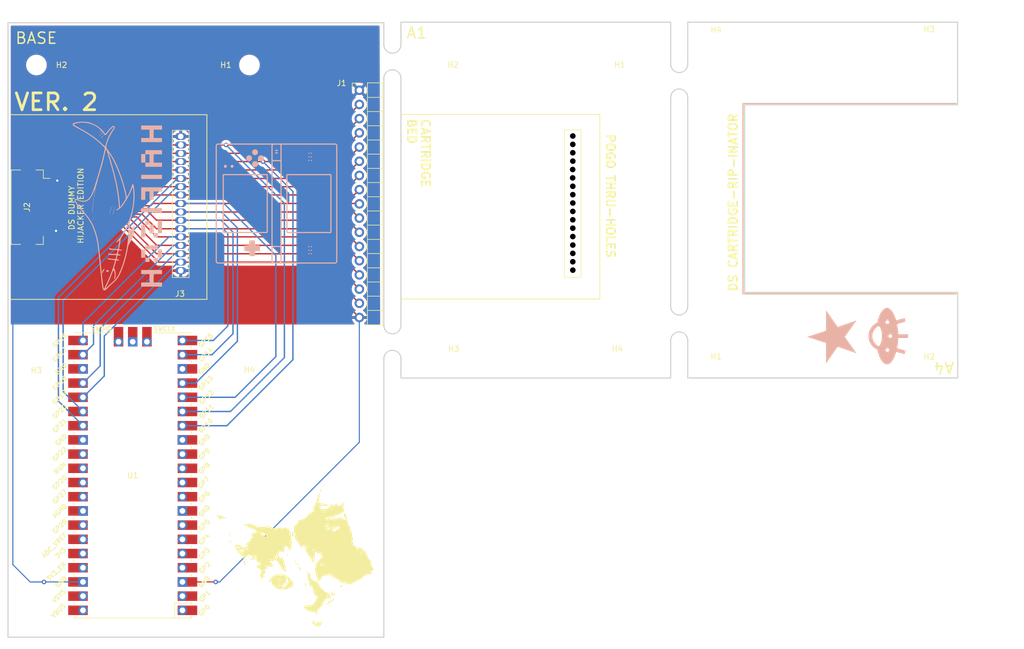
<source format=kicad_pcb>
(kicad_pcb (version 20211014) (generator pcbnew)
  (layers (0 "F.Cu" signal) (31 "B.Cu" signal) (34 "B.Paste" user) (35 "F.Paste" user) (36 "B.SilkS" user "B.Silkscreen") (37 "F.SilkS" user "F.Silkscreen") (38 "B.Mask" user) (39 "F.Mask" user) (44 "Edge.Cuts" user))
  (net 0 "")
  (net 1 "CLK")
  (net 2 "GND")
  (net 3 "NC")
  (net 4 "RCS")
  (net 5 "RST")
  (net 6 "ECS")
  (net 7 "IRQ")
  (net 8 "VCC")
  (net 9 "DAT0")
  (net 10 "DAT1")
  (net 11 "DAT2")
  (net 12 "DAT3")
  (net 13 "DAT4")
  (net 14 "DAT5")
  (net 15 "DAT6")
  (net 16 "DAT7")
  (footprint "Panelization:mouse-bite-3mm-slot" (layer "F.Cu") (at 217.932 73.914 90)
    (fp_text reference "mouse-bite-3mm-slot" hide)
    (fp_text value "VAL**" hide)
  )
  (footprint "MountingHole:MountingHole_2.7mm_M2.5" (layer "F.Cu") (at 262.636 25.1562)
    (fp_text reference "H3")
    (fp_text value "MountingHole")
  )
  (footprint "MCU_RaspberryPi_and_Boards:RPi_Pico_SMD_TH" (layer "F.Cu") (at 120.1928 101.0576 180)
    (fp_text reference "U1")
    (fp_text value "Pico")
  )
  (footprint "Symbol:pepper" (layer "F.Cu") (at 149.2504 114.554)
    (fp_text reference "G***" hide)
    (fp_text value "LOGO" hide)
  )
  (footprint "MountingHole:MountingHole_2.7mm_M2.5" (layer "F.Cu") (at 102.9716 27.6606 180)
    (fp_text reference "H2")
    (fp_text value "MountingHole")
  )
  (footprint "SIP-17" (layer "F.Cu") (at 198.898 52.373 -90)
    (fp_text reference "REF**" hide)
    (fp_text value "NO CONNECT HOLES")
  )
  (footprint "MountingHole:MountingHole_2.7mm_M2.5" (layer "F.Cu") (at 141.0716 78.4606 180)
    (fp_text reference "H4")
    (fp_text value "MountingHole")
  )
  (footprint "MountingHole:MountingHole_2.7mm_M2.5" (layer "F.Cu") (at 224.536 25.1562)
    (fp_text reference "H4")
    (fp_text value "MountingHole")
  )
  (footprint "Panelization:mouse-bite-3mm-slot" (layer "F.Cu") (at 217.932 30.48 90)
    (fp_text reference "mouse-bite-3mm-slot" hide)
    (fp_text value "VAL**" hide)
  )
  (footprint "MountingHole:MountingHole_2.7mm_M2.5" (layer "F.Cu") (at 173.244 78.408 180)
    (fp_text reference "H3")
    (fp_text value "MountingHole")
  )
  (footprint "MountingHole:MountingHole_2.7mm_M2.5" (layer "F.Cu") (at 224.536 75.9562)
    (fp_text reference "H1")
    (fp_text value "MountingHole")
  )
  (footprint "Panelization:mouse-bite-3mm-slot" (layer "F.Cu") (at 166.6494 27.0256 90)
    (fp_text reference "mouse-bite-3mm-slot" hide)
    (fp_text value "VAL**" hide)
  )
  (footprint "MountingHole:MountingHole_2.7mm_M2.5" (layer "F.Cu") (at 262.636 75.9562)
    (fp_text reference "H2")
    (fp_text value "MountingHole")
  )
  (footprint "MountingHole:MountingHole_2.7mm_M2.5" (layer "F.Cu") (at 211.344 78.408 180)
    (fp_text reference "H4")
    (fp_text value "MountingHole")
  )
  (footprint "MountingHole:MountingHole_2.7mm_M2.5" (layer "F.Cu") (at 173.244 27.608 180)
    (fp_text reference "H2")
    (fp_text value "MountingHole")
  )
  (footprint "MountingHole:MountingHole_2.7mm_M2.5" (layer "F.Cu") (at 141.0716 27.6606 180)
    (fp_text reference "H1")
    (fp_text value "MountingHole")
  )
  (footprint "Panelization:mouse-bite-3mm-slot" (layer "F.Cu") (at 166.6494 77.216 90)
    (fp_text reference "mouse-bite-3mm-slot" hide)
    (fp_text value "VAL**" hide)
  )
  (footprint "Connector_FFC-FPC:Hirose_FH12-20S-0.5SH_1x20-1MP_P0.50mm_Horizontal" (layer "F.Cu") (at 102.9056 53.086 -90)
    (fp_text reference "J2")
    (fp_text value "Conn_01x20")
  )
  (footprint "Connector_PinHeader_2.54mm:PinHeader_1x17_P2.54mm_Horizontal" (layer "F.Cu") (at 160.725 32.1768)
    (fp_text reference "J1")
    (fp_text value "Conn_01x17_MountingPin")
  )
  (footprint "TestPoint:SIP-17" (layer "F.Cu") (at 128.778 52.451 -90)
    (fp_text reference "J3")
    (fp_text value "DS_Cartridge_Header")
  )
  (footprint "MountingHole:MountingHole_2.7mm_M2.5" (layer "F.Cu") (at 211.344 27.608 180)
    (fp_text reference "H1")
    (fp_text value "MountingHole")
  )
  (footprint "MountingHole:MountingHole_2.7mm_M2.5" (layer "F.Cu") (at 102.9716 78.4606 180)
    (fp_text reference "H3")
    (fp_text value "MountingHole")
  )
  (footprint "Symbol:fschsymb" (layer "B.Cu") (at 118.350318 52.948183 -90)
    (fp_text reference "G***" hide)
    (fp_text value "LOGO" hide)
  )
  (footprint "Symbol:DS_ICON_FRONT" (layer "B.Cu") (at 145.91 52.44 90)
    (fp_text reference "REF**" hide)
    (fp_text value "DS_ICON_FRONT" hide)
  )
  (gr_line (start 229.3366 68.58) (end 229.3366 34.544) (layer "B.SilkS") (width 0.2))
  (gr_poly (pts (xy 251.788741 76.045245) (xy 251.794722 75.941885) (xy 251.804657 75.839222) (xy 251.818519 75.73734) (xy 251.836281 75.636323) (xy 251.857916 75.536255) (xy 251.883396 75.437222) (xy 251.912695 75.339308) (xy 251.945786 75.242596) (xy 251.982641 75.147173) (xy 252.023233 75.053121) (xy 252.067536 74.960526) (xy 252.115521 74.869472) (xy 252.167162 74.780043) (xy 252.222433 74.692325) (xy 252.281305 74.6064) (xy 252.334819 74.533972) (xy 252.390516 74.463562) (xy 252.448348 74.395207) (xy 252.508266 74.328941) (xy 252.570222 74.264802) (xy 252.634168 74.202825) (xy 252.700055 74.143047) (xy 252.767835 74.085504) (xy 252.83746 74.030232) (xy 252.908881 73.977266) (xy 252.98205 73.926644) (xy 253.056919 73.8784) (xy 253.13344 73.832572) (xy 253.211564 73.789196) (xy 253.291243 73.748307) (xy 253.372429 73.709941) (xy 253.415999 73.520643) (xy 253.444373 73.406892) (xy 253.477227 73.282648) (xy 253.514629 73.149594) (xy 253.556643 73.009411) (xy 253.603336 72.86378) (xy 253.654774 72.714385) (xy 253.713858 72.555663) (xy 253.77486 72.404961) (xy 253.837765 72.2623) (xy 253.902555 72.127701) (xy 253.969214 72.001188) (xy 254.037728 71.88278) (xy 254.10808 71.772499) (xy 254.180253 71.670368) (xy 254.254232 71.576407) (xy 254.330001 71.490638) (xy 254.368552 71.450832) (xy 254.407544 71.413082) (xy 254.446975 71.377392) (xy 254.486844 71.343762) (xy 254.527149 71.312197) (xy 254.567887 71.282699) (xy 254.609056 71.25527) (xy 254.650655 71.229913) (xy 254.692681 71.206632) (xy 254.735133 71.185428) (xy 254.778008 71.166304) (xy 254.821305 71.149264) (xy 254.85559 71.137513) (xy 254.892129 71.126845) (xy 254.930829 71.117576) (xy 254.971602 71.110018) (xy 255.014356 71.104488) (xy 255.059 71.101299) (xy 255.105445 71.100767) (xy 255.153598 71.103205) (xy 255.203371 71.108929) (xy 255.254671 71.118253) (xy 255.307409 71.131491) (xy 255.361494 71.148959) (xy 255.416835 71.17097) (xy 255.473342 71.19784) (xy 255.530924 71.229882) (xy 255.58949 71.267413) (xy 255.641543 71.305166) (xy 255.69245 71.346277) (xy 255.790825 71.437806) (xy 255.884611 71.540478) (xy 255.973804 71.652771) (xy 256.058402 71.773162) (xy 256.138401 71.90013) (xy 256.213799 72.032151) (xy 256.284592 72.167705) (xy 256.350776 72.305268) (xy 256.412349 72.443318) (xy 256.469308 72.580333) (xy 256.521649 72.714791) (xy 256.612466 72.969945) (xy 256.684775 73.196603) (xy 256.69572 73.233164) (xy 256.706493 73.269879) (xy 256.727671 73.343643) (xy 258.228167 72.92181) (xy 258.411395 73.555013) (xy 256.88611 73.983808) (xy 256.931702 74.210056) (xy 256.972509 74.438269) (xy 257.008455 74.667932) (xy 257.03946 74.898528) (xy 257.065446 75.129542) (xy 257.086336 75.360459) (xy 257.102052 75.590761) (xy 257.112514 75.819934) (xy 258.854859 75.819934) (xy 258.854859 76.47838) (xy 257.112514 76.47838) (xy 257.102058 76.707553) (xy 257.086347 76.937855) (xy 257.06546 77.168772) (xy 257.039474 77.399786) (xy 257.008469 77.630382) (xy 256.97252 77.860045) (xy 256.931708 78.088259) (xy 256.88611 78.314507) (xy 258.411395 78.743281) (xy 258.228167 79.376504) (xy 256.727671 78.954671) (xy 256.706503 79.028443) (xy 256.695738 79.065158) (xy 256.684795 79.101711) (xy 256.612492 79.328375) (xy 256.521676 79.583532) (xy 256.469334 79.71799) (xy 256.412374 79.855005) (xy 256.350799 79.993054) (xy 256.284612 80.130617) (xy 256.213818 80.266169) (xy 256.138419 80.398189) (xy 256.058418 80.525156) (xy 255.973819 80.645546) (xy 255.884625 80.757838) (xy 255.79084 80.860509) (xy 255.742227 80.907762) (xy 255.692467 80.952038) (xy 255.678243 80.963525) (xy 255.678243 76.469919) (xy 255.694986 76.469502) (xy 255.711509 76.468263) (xy 255.727791 76.466224) (xy 255.743813 76.463404) (xy 255.759554 76.459823) (xy 255.774994 76.455502) (xy 255.790111 76.45046) (xy 255.804886 76.444719) (xy 255.819298 76.438297) (xy 255.833327 76.431215) (xy 255.846952 76.423493) (xy 255.860153 76.415152) (xy 255.87291 76.406211) (xy 255.885201 76.396691) (xy 255.897007 76.386611) (xy 255.908306 76.375993) (xy 255.919079 76.364855) (xy 255.929306 76.353219) (xy 255.938965 76.341104) (xy 255.948036 76.328531) (xy 255.956499 76.315519) (xy 255.964334 76.302089) (xy 255.971519 76.28826) (xy 255.978035 76.274054) (xy 255.983861 76.25949) (xy 255.988976 76.244589) (xy 255.993361 76.22937) (xy 255.996994 76.213853) (xy 255.999855 76.198059) (xy 256.001924 76.182008) (xy 256.003181 76.165721) (xy 256.003604 76.149216) (xy 256.003181 76.132713) (xy 256.001924 76.116427) (xy 255.999855 76.100377) (xy 255.996994 76.084584) (xy 255.993361 76.069069) (xy 255.988976 76.05385) (xy 255.983861 76.038949) (xy 255.978035 76.024386) (xy 255.971519 76.01018) (xy 255.964334 75.996352) (xy 255.956499 75.982922) (xy 255.948036 75.96991) (xy 255.938965 75.957336) (xy 255.929306 75.945221) (xy 255.919079 75.933584) (xy 255.908306 75.922446) (xy 255.897007 75.911827) (xy 255.885201 75.901747) (xy 255.87291 75.892227) (xy 255.860153 75.883285) (xy 255.846952 75.874943) (xy 255.833327 75.867221) (xy 255.819298 75.860138) (xy 255.804886 75.853716) (xy 255.790111 75.847973) (xy 255.774994 75.842931) (xy 255.759554 75.83861) (xy 255.743813 75.835028) (xy 255.727791 75.832208) (xy 255.711509 75.830169) (xy 255.694986 75.82893) (xy 255.678243 75.828513) (xy 255.661501 75.82893) (xy 255.644978 75.830169) (xy 255.628695 75.832208) (xy 255.612673 75.835028) (xy 255.596933 75.83861) (xy 255.581493 75.842931) (xy 255.566376 75.847973) (xy 255.551601 75.853716) (xy 255.537189 75.860138) (xy 255.52316 75.867221) (xy 255.509535 75.874943) (xy 255.496334 75.883285) (xy 255.483577 75.892227) (xy 255.471286 75.901747) (xy 255.459481 75.911827) (xy 255.448181 75.922446) (xy 255.437408 75.933584) (xy 255.427181 75.945221) (xy 255.417522 75.957336) (xy 255.408451 75.96991) (xy 255.399988 75.982922) (xy 255.392153 75.996352) (xy 255.384968 76.01018) (xy 255.378452 76.024386) (xy 255.372627 76.038949) (xy 255.367511 76.05385) (xy 255.363127 76.069069) (xy 255.359494 76.084584) (xy 255.356632 76.100377) (xy 255.354563 76.116427) (xy 255.353307 76.132713) (xy 255.352883 76.149216) (xy 255.353307 76.165719) (xy 255.354563 76.182005) (xy 255.356632 76.198055) (xy 255.359494 76.213847) (xy 255.363127 76.229363) (xy 255.367511 76.244581) (xy 255.372627 76.259482) (xy 255.378452 76.274046) (xy 255.384968 76.288252) (xy 255.392153 76.30208) (xy 255.399988 76.31551) (xy 255.408451 76.328522) (xy 255.417522 76.341096) (xy 255.427181 76.353211) (xy 255.437408 76.364847) (xy 255.448181 76.375985) (xy 255.459481 76.386604) (xy 255.471286 76.396684) (xy 255.483577 76.406205) (xy 255.496334 76.415147) (xy 255.509535 76.423489) (xy 255.52316 76.431211) (xy 255.537189 76.438293) (xy 255.551601 76.444716) (xy 255.566376 76.450458) (xy 255.581493 76.4555) (xy 255.596933 76.459822) (xy 255.612673 76.463403) (xy 255.628695 76.466224) (xy 255.644978 76.468263) (xy 255.661501 76.469502) (xy 255.678243 76.469919) (xy 255.678243 80.963525) (xy 255.641561 80.993148) (xy 255.58951 81.030901) (xy 255.560107 81.050381) (xy 255.53094 81.068449) (xy 255.502019 81.085144) (xy 255.473355 81.100506) (xy 255.44496 81.114574) (xy 255.416846 81.127388) (xy 255.389023 81.138987) (xy 255.361503 81.14941) (xy 255.334296 81.158696) (xy 255.307416 81.166886) (xy 255.254676 81.180131) (xy 255.203374 81.189461) (xy 255.15765 81.194724) (xy 255.15765 78.971533) (xy 255.174393 78.971115) (xy 255.190915 78.969877) (xy 255.207198 78.967837) (xy 255.22322 78.965017) (xy 255.238961 78.961436) (xy 255.2544 78.957114) (xy 255.269518 78.952072) (xy 255.284293 78.946329) (xy 255.298705 78.939907) (xy 255.312734 78.932824) (xy 255.326359 78.925102) (xy 255.33956 78.91676) (xy 255.352316 78.907819) (xy 255.364608 78.898298) (xy 255.376413 78.888218) (xy 255.387713 78.877599) (xy 255.398486 78.866461) (xy 255.408713 78.854824) (xy 255.418372 78.842709) (xy 255.427443 78.830135) (xy 255.435906 78.817123) (xy 255.443741 78.803693) (xy 255.450926 78.789865) (xy 255.457442 78.775659) (xy 255.463267 78.761096) (xy 255.468383 78.746195) (xy 255.472767 78.730976) (xy 255.4764 78.715461) (xy 255.479262 78.699668) (xy 255.481331 78.683618) (xy 255.482587 78.667332) (xy 255.483011 78.650829) (xy 255.482587 78.634324) (xy 255.481331 78.618036) (xy 255.479262 78.601985) (xy 255.4764 78.586191) (xy 255.472767 78.570674) (xy 255.468383 78.555455) (xy 255.463267 78.540552) (xy 255.457442 78.525988) (xy 255.450926 78.511781) (xy 255.443741 78.497952) (xy 255.435906 78.484522) (xy 255.427443 78.471509) (xy 255.418372 78.458935) (xy 255.408713 78.44682) (xy 255.398486 78.435183) (xy 255.387713 78.424045) (xy 255.376413 78.413426) (xy 255.364608 78.403346) (xy 255.352316 78.393825) (xy 255.33956 78.384884) (xy 255.326359 78.376543) (xy 255.312734 78.368821) (xy 255.298705 78.361739) (xy 255.284293 78.355318) (xy 255.269518 78.349576) (xy 255.2544 78.344535) (xy 255.238961 78.340215) (xy 255.22322 78.336635) (xy 255.207198 78.333816) (xy 255.190915 78.331778) (xy 255.174393 78.330541) (xy 255.157651 78.330126) (xy 255.157651 73.968326) (xy 255.174393 73.967909) (xy 255.190916 73.96667) (xy 255.207199 73.964631) (xy 255.223221 73.96181) (xy 255.238961 73.958229) (xy 255.254401 73.953907) (xy 255.269518 73.948865) (xy 255.284293 73.943123) (xy 255.298705 73.9367) (xy 255.312734 73.929618) (xy 255.326359 73.921896) (xy 255.33956 73.913554) (xy 255.352317 73.904612) (xy 255.364608 73.895091) (xy 255.376413 73.885012) (xy 255.387713 73.874392) (xy 255.398486 73.863255) (xy 255.408713 73.851618) (xy 255.418372 73.839503) (xy 255.427443 73.826929) (xy 255.435906 73.813917) (xy 255.443741 73.800487) (xy 255.450926 73.786659) (xy 255.457442 73.772453) (xy 255.463267 73.75789) (xy 255.468383 73.742988) (xy 255.472767 73.72777) (xy 255.4764 73.712254) (xy 255.479262 73.696462) (xy 255.481331 73.680412) (xy 255.482587 73.664126) (xy 255.483011 73.647623) (xy 255.482587 73.63112) (xy 255.481331 73.614834) (xy 255.479262 73.598784) (xy 255.4764 73.582992) (xy 255.472767 73.567476) (xy 255.468383 73.552258) (xy 255.463267 73.537357) (xy 255.457442 73.522793) (xy 255.450926 73.508587) (xy 255.443741 73.494759) (xy 255.435906 73.481329) (xy 255.427443 73.468317) (xy 255.418372 73.455743) (xy 255.408713 73.443628) (xy 255.398486 73.431991) (xy 255.387713 73.420854) (xy 255.376413 73.410234) (xy 255.364608 73.400154) (xy 255.352317 73.390634) (xy 255.33956 73.381692) (xy 255.326359 73.37335) (xy 255.312734 73.365628) (xy 255.298705 73.358545) (xy 255.284293 73.352123) (xy 255.269518 73.346381) (xy 255.254401 73.341338) (xy 255.238961 73.337017) (xy 255.223221 73.333435) (xy 255.207199 73.330615) (xy 255.190916 73.328576) (xy 255.174393 73.327337) (xy 255.157651 73.32692) (xy 255.140906 73.327337) (xy 255.124382 73.328575) (xy 255.108098 73.330615) (xy 255.092074 73.333435) (xy 255.076332 73.337015) (xy 255.060891 73.341337) (xy 255.045772 73.346378) (xy 255.030996 73.35212) (xy 255.016583 73.358542) (xy 255.002553 73.365624) (xy 254.988927 73.373346) (xy 254.975726 73.381687) (xy 254.962969 73.390628) (xy 254.950677 73.400148) (xy 254.938871 73.410228) (xy 254.92757 73.420846) (xy 254.916797 73.431984) (xy 254.90657 73.44362) (xy 254.896911 73.455735) (xy 254.887839 73.468308) (xy 254.879376 73.48132) (xy 254.871541 73.49475) (xy 254.864355 73.508578) (xy 254.85784 73.522785) (xy 254.852014 73.537349) (xy 254.846898 73.55225) (xy 254.842514 73.567469) (xy 254.83888 73.582986) (xy 254.836019 73.59878) (xy 254.83395 73.61483) (xy 254.832693 73.631118) (xy 254.83227 73.647623) (xy 254.832693 73.664126) (xy 254.83395 73.680412) (xy 254.83602 73.696462) (xy 254.838881 73.712254) (xy 254.842515 73.72777) (xy 254.8469 73.742988) (xy 254.852016 73.75789) (xy 254.857842 73.772453) (xy 254.864359 73.786659) (xy 254.871545 73.800487) (xy 254.87938 73.813917) (xy 254.887844 73.826929) (xy 254.896916 73.839503) (xy 254.906576 73.851618) (xy 254.916804 73.863255) (xy 254.927578 73.874392) (xy 254.938878 73.885012) (xy 254.950685 73.895091) (xy 254.962977 73.904612) (xy 254.975734 73.913554) (xy 254.988936 73.921896) (xy 255.002562 73.929618) (xy 255.016592 73.9367) (xy 255.031005 73.943123) (xy 255.04578 73.948865) (xy 255.060898 73.953907) (xy 255.076338 73.958229) (xy 255.09208 73.96181) (xy 255.108102 73.964631) (xy 255.124385 73.96667) (xy 255.140908 73.967909) (xy 255.157651 73.968326) (xy 255.157651 78.330126) (xy 255.15765 78.330126) (xy 255.140906 78.330543) (xy 255.124381 78.331782) (xy 255.108097 78.333821) (xy 255.092073 78.336642) (xy 255.076331 78.340223) (xy 255.06089 78.344544) (xy 255.045772 78.349587) (xy 255.030996 78.355329) (xy 255.016582 78.361751) (xy 255.002553 78.368834) (xy 254.988927 78.376556) (xy 254.975725 78.384898) (xy 254.962968 78.39384) (xy 254.950676 78.40336) (xy 254.93887 78.41344) (xy 254.92757 78.42406) (xy 254.916796 78.435197) (xy 254.906569 78.446834) (xy 254.89691 78.458949) (xy 254.887838 78.471523) (xy 254.879375 78.484535) (xy 254.87154 78.497965) (xy 254.864355 78.511793) (xy 254.857839 78.525999) (xy 254.852013 78.540563) (xy 254.846897 78.555464) (xy 254.842513 78.570682) (xy 254.83888 78.586198) (xy 254.836018 78.60199) (xy 254.833949 78.61804) (xy 254.832693 78.634326) (xy 254.832269 78.650829) (xy 254.832693 78.667332) (xy 254.833949 78.683618) (xy 254.836018 78.699668) (xy 254.838879 78.715461) (xy 254.842512 78.730976) (xy 254.846896 78.746195) (xy 254.852011 78.761096) (xy 254.857836 78.775659) (xy 254.864351 78.789865) (xy 254.871536 78.803693) (xy 254.87937 78.817123) (xy 254.887833 78.830135) (xy 254.896904 78.842709) (xy 254.906563 78.854824) (xy 254.916789 78.866461) (xy 254.927562 78.877599) (xy 254.938862 78.888218) (xy 254.950668 78.898298) (xy 254.962959 78.907819) (xy 254.975716 78.91676) (xy 254.988918 78.925102) (xy 255.002544 78.932824) (xy 255.016574 78.939907) (xy 255.030987 78.946329) (xy 255.045764 78.952072) (xy 255.060883 78.957114) (xy 255.076324 78.961436) (xy 255.092068 78.965017) (xy 255.108092 78.967837) (xy 255.124378 78.969877) (xy 255.140904 78.971115) (xy 255.15765 78.971533) (xy 255.15765 81.194724) (xy 255.153601 81.19519) (xy 255.105446 81.197633) (xy 255.059001 81.197104) (xy 255.014356 81.193919) (xy 254.971602 81.188393) (xy 254.93083 81.180839) (xy 254.892129 81.171574) (xy 254.85559 81.160913) (xy 254.821305 81.149168) (xy 254.735137 81.113005) (xy 254.650662 81.06852) (xy 254.567896 81.015736) (xy 254.486856 80.954673) (xy 254.407557 80.885354) (xy 254.330015 80.8078) (xy 254.254247 80.722032) (xy 254.180268 80.628072) (xy 254.108094 80.525941) (xy 254.037742 80.415661) (xy 253.969227 80.297254) (xy 253.902566 80.170739) (xy 253.837774 80.03614) (xy 253.774867 79.893478) (xy 253.713862 79.742773) (xy 253.654774 79.584048) (xy 253.621422 79.487185) (xy 253.621422 77.976429) (xy 253.644497 77.954091) (xy 253.669068 77.928623) (xy 253.694935 77.899885) (xy 253.721899 77.867741) (xy 253.749759 77.832053) (xy 253.778316 77.792683) (xy 253.792793 77.771574) (xy 253.80737 77.749493) (xy 253.822021 77.726423) (xy 253.836721 77.702346) (xy 253.895767 77.594776) (xy 253.955087 77.465163) (xy 253.984065 77.39167) (xy 254.01217 77.312162) (xy 254.039088 77.226471) (xy 254.064506 77.134427) (xy 254.088108 77.035863) (xy 254.109582 76.930611) (xy 254.128613 76.818502) (xy 254.144888 76.699368) (xy 254.158093 76.57304) (xy 254.167914 76.439351) (xy 254.174036 76.298133) (xy 254.176147 76.149216) (xy 254.175076 76.042559) (xy 254.171932 75.939725) (xy 254.166817 75.840651) (xy 254.159833 75.745274) (xy 254.151083 75.653531) (xy 254.140669 75.565361) (xy 254.128694 75.480701) (xy 254.11526 75.399488) (xy 254.10047 75.321659) (xy 254.084425 75.247153) (xy 254.067229 75.175906) (xy 254.048983 75.107857) (xy 254.029791 75.042942) (xy 254.009754 74.981099) (xy 253.988975 74.922266) (xy 253.967557 74.86638) (xy 253.945601 74.813378) (xy 253.923211 74.763199) (xy 253.900488 74.71578) (xy 253.877535 74.671057) (xy 253.831349 74.589453) (xy 253.785472 74.517887) (xy 253.740724 74.455859) (xy 253.697923 74.402869) (xy 253.657889 74.358417) (xy 253.621441 74.322003) (xy 253.492254 74.389018) (xy 253.369065 74.464471) (xy 253.252197 74.547901) (xy 253.141971 74.638849) (xy 253.038711 74.736855) (xy 252.942739 74.841459) (xy 252.854377 74.952201) (xy 252.773947 75.068622) (xy 252.701773 75.190261) (xy 252.638176 75.316658) (xy 252.583478 75.447354) (xy 252.538002 75.581889) (xy 252.502071 75.719802) (xy 252.476007 75.860634) (xy 252.460132 76.003926) (xy 252.454769 76.149216) (xy 252.456117 76.222082) (xy 252.460132 76.294506) (xy 252.466776 76.36643) (xy 252.476006 76.437797) (xy 252.487785 76.50855) (xy 252.50207 76.57863) (xy 252.518821 76.64798) (xy 252.537999 76.716543) (xy 252.559563 76.784262) (xy 252.583473 76.851078) (xy 252.609689 76.916934) (xy 252.638169 76.981774) (xy 252.668875 77.045539) (xy 252.701765 77.108171) (xy 252.736799 77.169614) (xy 252.773937 77.22981) (xy 252.81314 77.288702) (xy 252.854365 77.346231) (xy 252.897574 77.40234) (xy 252.942725 77.456973) (xy 252.98978 77.510071) (xy 253.038696 77.561577) (xy 253.089434 77.611434) (xy 253.141955 77.659583) (xy 253.196216 77.705968) (xy 253.252179 77.750531) (xy 253.309802 77.793215) (xy 253.369046 77.833962) (xy 253.42987 77.872714) (xy 253.492235 77.909414) (xy 253.556098 77.944005) (xy 253.621422 77.976429) (xy 253.621422 79.487185) (xy 253.603336 79.434659) (xy 253.556643 79.289033) (xy 253.51463 79.148853) (xy 253.47723 79.015801) (xy 253.444378 78.891559) (xy 253.416008 78.777809) (xy 253.372449 78.588511) (xy 253.291256 78.550145) (xy 253.211572 78.509256) (xy 253.133443 78.46588) (xy 253.056919 78.420052) (xy 252.982048 78.371808) (xy 252.908877 78.321186) (xy 252.837455 78.268221) (xy 252.76783 78.212948) (xy 252.70005 78.155405) (xy 252.634163 78.095627) (xy 252.570219 78.03365) (xy 252.508264 77.969511) (xy 252.448346 77.903245) (xy 252.390515 77.83489) (xy 252.334819 77.76448) (xy 252.281305 77.692051) (xy 252.222429 77.60613) (xy 252.167157 77.518414) (xy 252.115514 77.428987) (xy 252.067527 77.337934) (xy 252.023224 77.245339) (xy 251.982632 77.151287) (xy 251.945778 77.055862) (xy 251.912688 76.959149) (xy 251.88339 76.861232) (xy 251.857911 76.762197) (xy 251.836277 76.662126) (xy 251.818516 76.561106) (xy 251.804655 76.459221) (xy 251.794721 76.356554) (xy 251.788741 76.253191) (xy 251.786741 76.149216)) (layer "B.SilkS") (width 0) (fill solid))
  (gr_line (start 229.3366 34.544) (end 267.462 34.544) (layer "B.SilkS") (width 0.2))
  (gr_poly (pts (xy 244.1956 77.3938) (xy 244.1956 81.021766) (xy 246.267816 78.052083) (xy 249.635433 79.2099) (xy 247.548399 76.280433) (xy 249.635433 73.350967) (xy 246.267816 74.506667) (xy 244.1956 71.5391) (xy 244.1956 75.167067) (xy 240.827983 76.280433)) (layer "B.SilkS") (width 0) (fill solid))
  (gr_line (start 267.462 68.58) (end 229.3366 68.58) (layer "B.SilkS") (width 0.2))
  (gr_line (start 133.4516 69.5706) (end 133.4516 36.5506) (layer "F.SilkS") (width 0.15))
  (gr_line (start 133.4516 36.5506) (end 98.044 36.5506) (layer "F.SilkS") (width 0.15))
  (gr_line (start 98.044 69.5706) (end 133.4516 69.5706) (layer "F.SilkS") (width 0.15))
  (gr_poly (pts (xy 251.788741 76.045245) (xy 251.794722 75.941885) (xy 251.804657 75.839222) (xy 251.818519 75.73734) (xy 251.836281 75.636323) (xy 251.857916 75.536255) (xy 251.883396 75.437222) (xy 251.912695 75.339308) (xy 251.945786 75.242596) (xy 251.982641 75.147173) (xy 252.023233 75.053121) (xy 252.067536 74.960526) (xy 252.115521 74.869472) (xy 252.167162 74.780043) (xy 252.222433 74.692325) (xy 252.281305 74.6064) (xy 252.334819 74.533972) (xy 252.390516 74.463562) (xy 252.448348 74.395207) (xy 252.508266 74.328941) (xy 252.570222 74.264802) (xy 252.634168 74.202825) (xy 252.700055 74.143047) (xy 252.767835 74.085504) (xy 252.83746 74.030232) (xy 252.908881 73.977266) (xy 252.98205 73.926644) (xy 253.056919 73.8784) (xy 253.13344 73.832572) (xy 253.211564 73.789196) (xy 253.291243 73.748307) (xy 253.372429 73.709941) (xy 253.415999 73.520643) (xy 253.444373 73.406892) (xy 253.477227 73.282648) (xy 253.514629 73.149594) (xy 253.556643 73.009411) (xy 253.603336 72.86378) (xy 253.654774 72.714385) (xy 253.713858 72.555663) (xy 253.77486 72.404961) (xy 253.837765 72.2623) (xy 253.902555 72.127701) (xy 253.969214 72.001188) (xy 254.037728 71.88278) (xy 254.10808 71.772499) (xy 254.180253 71.670368) (xy 254.254232 71.576407) (xy 254.330001 71.490638) (xy 254.368552 71.450832) (xy 254.407544 71.413082) (xy 254.446975 71.377392) (xy 254.486844 71.343762) (xy 254.527149 71.312197) (xy 254.567887 71.282699) (xy 254.609056 71.25527) (xy 254.650655 71.229913) (xy 254.692681 71.206632) (xy 254.735133 71.185428) (xy 254.778008 71.166304) (xy 254.821305 71.149264) (xy 254.85559 71.137513) (xy 254.892129 71.126845) (xy 254.930829 71.117576) (xy 254.971602 71.110018) (xy 255.014356 71.104488) (xy 255.059 71.101299) (xy 255.105445 71.100767) (xy 255.153598 71.103205) (xy 255.203371 71.108929) (xy 255.254671 71.118253) (xy 255.307409 71.131491) (xy 255.361494 71.148959) (xy 255.416835 71.17097) (xy 255.473342 71.19784) (xy 255.530924 71.229882) (xy 255.58949 71.267413) (xy 255.641543 71.305166) (xy 255.69245 71.346277) (xy 255.790825 71.437806) (xy 255.884611 71.540478) (xy 255.973804 71.652771) (xy 256.058402 71.773162) (xy 256.138401 71.90013) (xy 256.213799 72.032151) (xy 256.284592 72.167705) (xy 256.350776 72.305268) (xy 256.412349 72.443318) (xy 256.469308 72.580333) (xy 256.521649 72.714791) (xy 256.612466 72.969945) (xy 256.684775 73.196603) (xy 256.69572 73.233164) (xy 256.706493 73.269879) (xy 256.727671 73.343643) (xy 258.228167 72.92181) (xy 258.411395 73.555013) (xy 256.88611 73.983808) (xy 256.931702 74.210056) (xy 256.972509 74.438269) (xy 257.008455 74.667932) (xy 257.03946 74.898528) (xy 257.065446 75.129542) (xy 257.086336 75.360459) (xy 257.102052 75.590761) (xy 257.112514 75.819934) (xy 258.854859 75.819934) (xy 258.854859 76.47838) (xy 257.112514 76.47838) (xy 257.102058 76.707553) (xy 257.086347 76.937855) (xy 257.06546 77.168772) (xy 257.039474 77.399786) (xy 257.008469 77.630382) (xy 256.97252 77.860045) (xy 256.931708 78.088259) (xy 256.88611 78.314507) (xy 258.411395 78.743281) (xy 258.228167 79.376504) (xy 256.727671 78.954671) (xy 256.706503 79.028443) (xy 256.695738 79.065158) (xy 256.684795 79.101711) (xy 256.612492 79.328375) (xy 256.521676 79.583532) (xy 256.469334 79.71799) (xy 256.412374 79.855005) (xy 256.350799 79.993054) (xy 256.284612 80.130617) (xy 256.213818 80.266169) (xy 256.138419 80.398189) (xy 256.058418 80.525156) (xy 255.973819 80.645546) (xy 255.884625 80.757838) (xy 255.79084 80.860509) (xy 255.742227 80.907762) (xy 255.692467 80.952038) (xy 255.678243 80.963525) (xy 255.678243 76.469919) (xy 255.694986 76.469502) (xy 255.711509 76.468263) (xy 255.727791 76.466224) (xy 255.743813 76.463404) (xy 255.759554 76.459823) (xy 255.774994 76.455502) (xy 255.790111 76.45046) (xy 255.804886 76.444719) (xy 255.819298 76.438297) (xy 255.833327 76.431215) (xy 255.846952 76.423493) (xy 255.860153 76.415152) (xy 255.87291 76.406211) (xy 255.885201 76.396691) (xy 255.897007 76.386611) (xy 255.908306 76.375993) (xy 255.919079 76.364855) (xy 255.929306 76.353219) (xy 255.938965 76.341104) (xy 255.948036 76.328531) (xy 255.956499 76.315519) (xy 255.964334 76.302089) (xy 255.971519 76.28826) (xy 255.978035 76.274054) (xy 255.983861 76.25949) (xy 255.988976 76.244589) (xy 255.993361 76.22937) (xy 255.996994 76.213853) (xy 255.999855 76.198059) (xy 256.001924 76.182008) (xy 256.003181 76.165721) (xy 256.003604 76.149216) (xy 256.003181 76.132713) (xy 256.001924 76.116427) (xy 255.999855 76.100377) (xy 255.996994 76.084584) (xy 255.993361 76.069069) (xy 255.988976 76.05385) (xy 255.983861 76.038949) (xy 255.978035 76.024386) (xy 255.971519 76.01018) (xy 255.964334 75.996352) (xy 255.956499 75.982922) (xy 255.948036 75.96991) (xy 255.938965 75.957336) (xy 255.929306 75.945221) (xy 255.919079 75.933584) (xy 255.908306 75.922446) (xy 255.897007 75.911827) (xy 255.885201 75.901747) (xy 255.87291 75.892227) (xy 255.860153 75.883285) (xy 255.846952 75.874943) (xy 255.833327 75.867221) (xy 255.819298 75.860138) (xy 255.804886 75.853716) (xy 255.790111 75.847973) (xy 255.774994 75.842931) (xy 255.759554 75.83861) (xy 255.743813 75.835028) (xy 255.727791 75.832208) (xy 255.711509 75.830169) (xy 255.694986 75.82893) (xy 255.678243 75.828513) (xy 255.661501 75.82893) (xy 255.644978 75.830169) (xy 255.628695 75.832208) (xy 255.612673 75.835028) (xy 255.596933 75.83861) (xy 255.581493 75.842931) (xy 255.566376 75.847973) (xy 255.551601 75.853716) (xy 255.537189 75.860138) (xy 255.52316 75.867221) (xy 255.509535 75.874943) (xy 255.496334 75.883285) (xy 255.483577 75.892227) (xy 255.471286 75.901747) (xy 255.459481 75.911827) (xy 255.448181 75.922446) (xy 255.437408 75.933584) (xy 255.427181 75.945221) (xy 255.417522 75.957336) (xy 255.408451 75.96991) (xy 255.399988 75.982922) (xy 255.392153 75.996352) (xy 255.384968 76.01018) (xy 255.378452 76.024386) (xy 255.372627 76.038949) (xy 255.367511 76.05385) (xy 255.363127 76.069069) (xy 255.359494 76.084584) (xy 255.356632 76.100377) (xy 255.354563 76.116427) (xy 255.353307 76.132713) (xy 255.352883 76.149216) (xy 255.353307 76.165719) (xy 255.354563 76.182005) (xy 255.356632 76.198055) (xy 255.359494 76.213847) (xy 255.363127 76.229363) (xy 255.367511 76.244581) (xy 255.372627 76.259482) (xy 255.378452 76.274046) (xy 255.384968 76.288252) (xy 255.392153 76.30208) (xy 255.399988 76.31551) (xy 255.408451 76.328522) (xy 255.417522 76.341096) (xy 255.427181 76.353211) (xy 255.437408 76.364847) (xy 255.448181 76.375985) (xy 255.459481 76.386604) (xy 255.471286 76.396684) (xy 255.483577 76.406205) (xy 255.496334 76.415147) (xy 255.509535 76.423489) (xy 255.52316 76.431211) (xy 255.537189 76.438293) (xy 255.551601 76.444716) (xy 255.566376 76.450458) (xy 255.581493 76.4555) (xy 255.596933 76.459822) (xy 255.612673 76.463403) (xy 255.628695 76.466224) (xy 255.644978 76.468263) (xy 255.661501 76.469502) (xy 255.678243 76.469919) (xy 255.678243 80.963525) (xy 255.641561 80.993148) (xy 255.58951 81.030901) (xy 255.560107 81.050381) (xy 255.53094 81.068449) (xy 255.502019 81.085144) (xy 255.473355 81.100506) (xy 255.44496 81.114574) (xy 255.416846 81.127388) (xy 255.389023 81.138987) (xy 255.361503 81.14941) (xy 255.334296 81.158696) (xy 255.307416 81.166886) (xy 255.254676 81.180131) (xy 255.203374 81.189461) (xy 255.15765 81.194724) (xy 255.15765 78.971533) (xy 255.174393 78.971115) (xy 255.190915 78.969877) (xy 255.207198 78.967837) (xy 255.22322 78.965017) (xy 255.238961 78.961436) (xy 255.2544 78.957114) (xy 255.269518 78.952072) (xy 255.284293 78.946329) (xy 255.298705 78.939907) (xy 255.312734 78.932824) (xy 255.326359 78.925102) (xy 255.33956 78.91676) (xy 255.352316 78.907819) (xy 255.364608 78.898298) (xy 255.376413 78.888218) (xy 255.387713 78.877599) (xy 255.398486 78.866461) (xy 255.408713 78.854824) (xy 255.418372 78.842709) (xy 255.427443 78.830135) (xy 255.435906 78.817123) (xy 255.443741 78.803693) (xy 255.450926 78.789865) (xy 255.457442 78.775659) (xy 255.463267 78.761096) (xy 255.468383 78.746195) (xy 255.472767 78.730976) (xy 255.4764 78.715461) (xy 255.479262 78.699668) (xy 255.481331 78.683618) (xy 255.482587 78.667332) (xy 255.483011 78.650829) (xy 255.482587 78.634324) (xy 255.481331 78.618036) (xy 255.479262 78.601985) (xy 255.4764 78.586191) (xy 255.472767 78.570674) (xy 255.468383 78.555455) (xy 255.463267 78.540552) (xy 255.457442 78.525988) (xy 255.450926 78.511781) (xy 255.443741 78.497952) (xy 255.435906 78.484522) (xy 255.427443 78.471509) (xy 255.418372 78.458935) (xy 255.408713 78.44682) (xy 255.398486 78.435183) (xy 255.387713 78.424045) (xy 255.376413 78.413426) (xy 255.364608 78.403346) (xy 255.352316 78.393825) (xy 255.33956 78.384884) (xy 255.326359 78.376543) (xy 255.312734 78.368821) (xy 255.298705 78.361739) (xy 255.284293 78.355318) (xy 255.269518 78.349576) (xy 255.2544 78.344535) (xy 255.238961 78.340215) (xy 255.22322 78.336635) (xy 255.207198 78.333816) (xy 255.190915 78.331778) (xy 255.174393 78.330541) (xy 255.157651 78.330126) (xy 255.157651 73.968326) (xy 255.174393 73.967909) (xy 255.190916 73.96667) (xy 255.207199 73.964631) (xy 255.223221 73.96181) (xy 255.238961 73.958229) (xy 255.254401 73.953907) (xy 255.269518 73.948865) (xy 255.284293 73.943123) (xy 255.298705 73.9367) (xy 255.312734 73.929618) (xy 255.326359 73.921896) (xy 255.33956 73.913554) (xy 255.352317 73.904612) (xy 255.364608 73.895091) (xy 255.376413 73.885012) (xy 255.387713 73.874392) (xy 255.398486 73.863255) (xy 255.408713 73.851618) (xy 255.418372 73.839503) (xy 255.427443 73.826929) (xy 255.435906 73.813917) (xy 255.443741 73.800487) (xy 255.450926 73.786659) (xy 255.457442 73.772453) (xy 255.463267 73.75789) (xy 255.468383 73.742988) (xy 255.472767 73.72777) (xy 255.4764 73.712254) (xy 255.479262 73.696462) (xy 255.481331 73.680412) (xy 255.482587 73.664126) (xy 255.483011 73.647623) (xy 255.482587 73.63112) (xy 255.481331 73.614834) (xy 255.479262 73.598784) (xy 255.4764 73.582992) (xy 255.472767 73.567476) (xy 255.468383 73.552258) (xy 255.463267 73.537357) (xy 255.457442 73.522793) (xy 255.450926 73.508587) (xy 255.443741 73.494759) (xy 255.435906 73.481329) (xy 255.427443 73.468317) (xy 255.418372 73.455743) (xy 255.408713 73.443628) (xy 255.398486 73.431991) (xy 255.387713 73.420854) (xy 255.376413 73.410234) (xy 255.364608 73.400154) (xy 255.352317 73.390634) (xy 255.33956 73.381692) (xy 255.326359 73.37335) (xy 255.312734 73.365628) (xy 255.298705 73.358545) (xy 255.284293 73.352123) (xy 255.269518 73.346381) (xy 255.254401 73.341338) (xy 255.238961 73.337017) (xy 255.223221 73.333435) (xy 255.207199 73.330615) (xy 255.190916 73.328576) (xy 255.174393 73.327337) (xy 255.157651 73.32692) (xy 255.140906 73.327337) (xy 255.124382 73.328575) (xy 255.108098 73.330615) (xy 255.092074 73.333435) (xy 255.076332 73.337015) (xy 255.060891 73.341337) (xy 255.045772 73.346378) (xy 255.030996 73.35212) (xy 255.016583 73.358542) (xy 255.002553 73.365624) (xy 254.988927 73.373346) (xy 254.975726 73.381687) (xy 254.962969 73.390628) (xy 254.950677 73.400148) (xy 254.938871 73.410228) (xy 254.92757 73.420846) (xy 254.916797 73.431984) (xy 254.90657 73.44362) (xy 254.896911 73.455735) (xy 254.887839 73.468308) (xy 254.879376 73.48132) (xy 254.871541 73.49475) (xy 254.864355 73.508578) (xy 254.85784 73.522785) (xy 254.852014 73.537349) (xy 254.846898 73.55225) (xy 254.842514 73.567469) (xy 254.83888 73.582986) (xy 254.836019 73.59878) (xy 254.83395 73.61483) (xy 254.832693 73.631118) (xy 254.83227 73.647623) (xy 254.832693 73.664126) (xy 254.83395 73.680412) (xy 254.83602 73.696462) (xy 254.838881 73.712254) (xy 254.842515 73.72777) (xy 254.8469 73.742988) (xy 254.852016 73.75789) (xy 254.857842 73.772453) (xy 254.864359 73.786659) (xy 254.871545 73.800487) (xy 254.87938 73.813917) (xy 254.887844 73.826929) (xy 254.896916 73.839503) (xy 254.906576 73.851618) (xy 254.916804 73.863255) (xy 254.927578 73.874392) (xy 254.938878 73.885012) (xy 254.950685 73.895091) (xy 254.962977 73.904612) (xy 254.975734 73.913554) (xy 254.988936 73.921896) (xy 255.002562 73.929618) (xy 255.016592 73.9367) (xy 255.031005 73.943123) (xy 255.04578 73.948865) (xy 255.060898 73.953907) (xy 255.076338 73.958229) (xy 255.09208 73.96181) (xy 255.108102 73.964631) (xy 255.124385 73.96667) (xy 255.140908 73.967909) (xy 255.157651 73.968326) (xy 255.157651 78.330126) (xy 255.15765 78.330126) (xy 255.140906 78.330543) (xy 255.124381 78.331782) (xy 255.108097 78.333821) (xy 255.092073 78.336642) (xy 255.076331 78.340223) (xy 255.06089 78.344544) (xy 255.045772 78.349587) (xy 255.030996 78.355329) (xy 255.016582 78.361751) (xy 255.002553 78.368834) (xy 254.988927 78.376556) (xy 254.975725 78.384898) (xy 254.962968 78.39384) (xy 254.950676 78.40336) (xy 254.93887 78.41344) (xy 254.92757 78.42406) (xy 254.916796 78.435197) (xy 254.906569 78.446834) (xy 254.89691 78.458949) (xy 254.887838 78.471523) (xy 254.879375 78.484535) (xy 254.87154 78.497965) (xy 254.864355 78.511793) (xy 254.857839 78.525999) (xy 254.852013 78.540563) (xy 254.846897 78.555464) (xy 254.842513 78.570682) (xy 254.83888 78.586198) (xy 254.836018 78.60199) (xy 254.833949 78.61804) (xy 254.832693 78.634326) (xy 254.832269 78.650829) (xy 254.832693 78.667332) (xy 254.833949 78.683618) (xy 254.836018 78.699668) (xy 254.838879 78.715461) (xy 254.842512 78.730976) (xy 254.846896 78.746195) (xy 254.852011 78.761096) (xy 254.857836 78.775659) (xy 254.864351 78.789865) (xy 254.871536 78.803693) (xy 254.87937 78.817123) (xy 254.887833 78.830135) (xy 254.896904 78.842709) (xy 254.906563 78.854824) (xy 254.916789 78.866461) (xy 254.927562 78.877599) (xy 254.938862 78.888218) (xy 254.950668 78.898298) (xy 254.962959 78.907819) (xy 254.975716 78.91676) (xy 254.988918 78.925102) (xy 255.002544 78.932824) (xy 255.016574 78.939907) (xy 255.030987 78.946329) (xy 255.045764 78.952072) (xy 255.060883 78.957114) (xy 255.076324 78.961436) (xy 255.092068 78.965017) (xy 255.108092 78.967837) (xy 255.124378 78.969877) (xy 255.140904 78.971115) (xy 255.15765 78.971533) (xy 255.15765 81.194724) (xy 255.153601 81.19519) (xy 255.105446 81.197633) (xy 255.059001 81.197104) (xy 255.014356 81.193919) (xy 254.971602 81.188393) (xy 254.93083 81.180839) (xy 254.892129 81.171574) (xy 254.85559 81.160913) (xy 254.821305 81.149168) (xy 254.735137 81.113005) (xy 254.650662 81.06852) (xy 254.567896 81.015736) (xy 254.486856 80.954673) (xy 254.407557 80.885354) (xy 254.330015 80.8078) (xy 254.254247 80.722032) (xy 254.180268 80.628072) (xy 254.108094 80.525941) (xy 254.037742 80.415661) (xy 253.969227 80.297254) (xy 253.902566 80.170739) (xy 253.837774 80.03614) (xy 253.774867 79.893478) (xy 253.713862 79.742773) (xy 253.654774 79.584048) (xy 253.621422 79.487185) (xy 253.621422 77.976429) (xy 253.644497 77.954091) (xy 253.669068 77.928623) (xy 253.694935 77.899885) (xy 253.721899 77.867741) (xy 253.749759 77.832053) (xy 253.778316 77.792683) (xy 253.792793 77.771574) (xy 253.80737 77.749493) (xy 253.822021 77.726423) (xy 253.836721 77.702346) (xy 253.895767 77.594776) (xy 253.955087 77.465163) (xy 253.984065 77.39167) (xy 254.01217 77.312162) (xy 254.039088 77.226471) (xy 254.064506 77.134427) (xy 254.088108 77.035863) (xy 254.109582 76.930611) (xy 254.128613 76.818502) (xy 254.144888 76.699368) (xy 254.158093 76.57304) (xy 254.167914 76.439351) (xy 254.174036 76.298133) (xy 254.176147 76.149216) (xy 254.175076 76.042559) (xy 254.171932 75.939725) (xy 254.166817 75.840651) (xy 254.159833 75.745274) (xy 254.151083 75.653531) (xy 254.140669 75.565361) (xy 254.128694 75.480701) (xy 254.11526 75.399488) (xy 254.10047 75.321659) (xy 254.084425 75.247153) (xy 254.067229 75.175906) (xy 254.048983 75.107857) (xy 254.029791 75.042942) (xy 254.009754 74.981099) (xy 253.988975 74.922266) (xy 253.967557 74.86638) (xy 253.945601 74.813378) (xy 253.923211 74.763199) (xy 253.900488 74.71578) (xy 253.877535 74.671057) (xy 253.831349 74.589453) (xy 253.785472 74.517887) (xy 253.740724 74.455859) (xy 253.697923 74.402869) (xy 253.657889 74.358417) (xy 253.621441 74.322003) (xy 253.492254 74.389018) (xy 253.369065 74.464471) (xy 253.252197 74.547901) (xy 253.141971 74.638849) (xy 253.038711 74.736855) (xy 252.942739 74.841459) (xy 252.854377 74.952201) (xy 252.773947 75.068622) (xy 252.701773 75.190261) (xy 252.638176 75.316658) (xy 252.583478 75.447354) (xy 252.538002 75.581889) (xy 252.502071 75.719802) (xy 252.476007 75.860634) (xy 252.460132 76.003926) (xy 252.454769 76.149216) (xy 252.456117 76.222082) (xy 252.460132 76.294506) (xy 252.466776 76.36643) (xy 252.476006 76.437797) (xy 252.487785 76.50855) (xy 252.50207 76.57863) (xy 252.518821 76.64798) (xy 252.537999 76.716543) (xy 252.559563 76.784262) (xy 252.583473 76.851078) (xy 252.609689 76.916934) (xy 252.638169 76.981774) (xy 252.668875 77.045539) (xy 252.701765 77.108171) (xy 252.736799 77.169614) (xy 252.773937 77.22981) (xy 252.81314 77.288702) (xy 252.854365 77.346231) (xy 252.897574 77.40234) (xy 252.942725 77.456973) (xy 252.98978 77.510071) (xy 253.038696 77.561577) (xy 253.089434 77.611434) (xy 253.141955 77.659583) (xy 253.196216 77.705968) (xy 253.252179 77.750531) (xy 253.309802 77.793215) (xy 253.369046 77.833962) (xy 253.42987 77.872714) (xy 253.492235 77.909414) (xy 253.556098 77.944005) (xy 253.621422 77.976429) (xy 253.621422 79.487185) (xy 253.603336 79.434659) (xy 253.556643 79.289033) (xy 253.51463 79.148853) (xy 253.47723 79.015801) (xy 253.444378 78.891559) (xy 253.416008 78.777809) (xy 253.372449 78.588511) (xy 253.291256 78.550145) (xy 253.211572 78.509256) (xy 253.133443 78.46588) (xy 253.056919 78.420052) (xy 252.982048 78.371808) (xy 252.908877 78.321186) (xy 252.837455 78.268221) (xy 252.76783 78.212948) (xy 252.70005 78.155405) (xy 252.634163 78.095627) (xy 252.570219 78.03365) (xy 252.508264 77.969511) (xy 252.448346 77.903245) (xy 252.390515 77.83489) (xy 252.334819 77.76448) (xy 252.281305 77.692051) (xy 252.222429 77.60613) (xy 252.167157 77.518414) (xy 252.115514 77.428987) (xy 252.067527 77.337934) (xy 252.023224 77.245339) (xy 251.982632 77.151287) (xy 251.945778 77.055862) (xy 251.912688 76.959149) (xy 251.88339 76.861232) (xy 251.857911 76.762197) (xy 251.836277 76.662126) (xy 251.818516 76.561106) (xy 251.804655 76.459221) (xy 251.794721 76.356554) (xy 251.788741 76.253191) (xy 251.786741 76.149216)) (layer "F.SilkS") (width 0) (fill solid))
  (gr_line (start 229.3366 34.544) (end 267.4874 34.544) (layer "F.SilkS") (width 0.2))
  (gr_poly (pts (xy 244.1956 77.3938) (xy 244.1956 81.021766) (xy 246.267816 78.052083) (xy 249.635433 79.2099) (xy 247.548399 76.280433) (xy 249.635433 73.350967) (xy 246.267816 74.506667) (xy 244.1956 71.5391) (xy 244.1956 75.167067) (xy 240.827983 76.280433)) (layer "F.SilkS") (width 0) (fill solid))
  (gr_line (start 203.724 69.518) (end 203.724 36.498) (layer "F.SilkS") (width 0.15))
  (gr_line (start 203.724 36.498) (end 168.291 36.498) (layer "F.SilkS") (width 0.15))
  (gr_line (start 229.3366 68.58) (end 229.3366 34.544) (layer "F.SilkS") (width 0.2))
  (gr_line (start 267.462 68.58) (end 229.3366 68.58) (layer "F.SilkS") (width 0.2))
  (gr_line (start 168.291 69.518) (end 203.724 69.518) (layer "F.SilkS") (width 0.15))
  (gr_arc (start 165.1 30.0228) (mid 166.632 28.4908) (end 168.164 30.0228) (layer "Edge.Cuts") (width 0.2))
  (gr_arc (start 219.456 27.4828) (mid 217.928 29.0108) (end 216.4 27.4828) (layer "Edge.Cuts") (width 0.2))
  (gr_line (start 267.716 20) (end 219.456 20) (layer "Edge.Cuts") (width 0.2))
  (gr_line (start 219.456 33.4772) (end 219.456 70.849103) (layer "Edge.Cuts") (width 0.2))
  (gr_line (start 165.1 80.2386) (end 165.1 130) (layer "Edge.Cuts") (width 0.2))
  (gr_line (start 229.616 34.7762) (end 229.616 68.3362) (layer "Edge.Cuts") (width 0.2))
  (gr_arc (start 216.4 76.9112) (mid 217.940698 75.395898) (end 219.456 76.936596) (layer "Edge.Cuts") (width 0.2))
  (gr_line (start 165.1 20.1016) (end 97.8916 20.1016) (layer "Edge.Cuts") (width 0.2))
  (gr_line (start 267.716 34.7762) (end 229.616 34.7762) (layer "Edge.Cuts") (width 0.2))
  (gr_arc (start 216.4 33.4772) (mid 217.928 31.9492) (end 219.456 33.4772) (layer "Edge.Cuts") (width 0.2))
  (gr_line (start 168.164 20) (end 168.164 24.0284) (layer "Edge.Cuts") (width 0.2))
  (gr_line (start 97.8916 130) (end 165.1 130) (layer "Edge.Cuts") (width 0.2))
  (gr_line (start 219.456 20) (end 219.456 27.4828) (layer "Edge.Cuts") (width 0.2))
  (gr_line (start 229.616 68.3362) (end 267.731 68.3362) (layer "Edge.Cuts") (width 0.2))
  (gr_line (start 216.4 20) (end 216.4 27.4828) (layer "Edge.Cuts") (width 0.2))
  (gr_arc (start 168.164 74.2188) (mid 166.632 75.7508) (end 165.1 74.2188) (layer "Edge.Cuts") (width 0.2))
  (gr_line (start 267.716 20) (end 267.716 34.7762) (layer "Edge.Cuts") (width 0.2))
  (gr_line (start 219.456 83.627) (end 267.731 83.627) (layer "Edge.Cuts") (width 0.2))
  (gr_line (start 168.164 30.0228) (end 168.164 74.2188) (layer "Edge.Cuts") (width 0.2))
  (gr_line (start 267.731 68.3362) (end 267.731 83.627) (layer "Edge.Cuts") (width 0.2))
  (gr_line (start 216.4 20) (end 168.164 20) (layer "Edge.Cuts") (width 0.2))
  (gr_arc (start 165.1 80.2386) (mid 166.632438 78.681417) (end 168.164 80.239461) (layer "Edge.Cuts") (width 0.2))
  (gr_arc (start 168.164 24.0284) (mid 166.632 25.5604) (end 165.1 24.0284) (layer "Edge.Cuts") (width 0.2))
  (gr_line (start 168.164 83.647) (end 168.164 80.239461) (layer "Edge.Cuts") (width 0.2))
  (gr_line (start 216.4 83.647) (end 216.4 76.9112) (layer "Edge.Cuts") (width 0.2))
  (gr_line (start 219.456 83.627) (end 219.456 76.936596) (layer "Edge.Cuts") (width 0.2))
  (gr_line (start 165.1 20.1016) (end 165.1 24.0284) (layer "Edge.Cuts") (width 0.2))
  (gr_line (start 216.4 70.874308) (end 216.4 33.4772) (layer "Edge.Cuts") (width 0.2))
  (gr_line (start 97.8916 20.1016) (end 97.8916 130) (layer "Edge.Cuts") (width 0.2))
  (gr_arc (start 219.456 70.849103) (mid 217.940603 72.389706) (end 216.4 70.874308) (layer "Edge.Cuts") (width 0.2))
  (gr_line (start 168.164 83.647) (end 216.4 83.647) (layer "Edge.Cuts") (width 0.2))
  (gr_line (start 165.1 74.2188) (end 165.1 30.0228) (layer "Edge.Cuts") (width 0.2))
  (gr_text "A4" (at 265.2776 81.788 -180) (layer "F.SilkS") (effects (font (size 2 2) (thickness 0.25))))
  (gr_text "VER. 2" (at 106.5276 34.29) (layer "F.SilkS") (effects (font (size 3 3) (thickness 0.5))))
  (gr_text "POGO THRU-HOLES" (at 205.629 51.103 -90) (layer "F.SilkS") (effects (font (size 1.5 1.5) (thickness 0.3))))
  (gr_text "CARTRIDGE \nBED" (at 171.339 37.133 -90) (layer "F.SilkS") (effects (font (size 1.524 1.524) (thickness 0.3)) (justify left)))
  (gr_text "A1" (at 170.9928 21.8948) (layer "F.SilkS") (effects (font (size 2 2) (thickness 0.25))))
  (gr_text "BASE" (at 102.9462 22.86) (layer "F.SilkS") (effects (font (size 2 2) (thickness 0.25))))
  (gr_text "DS DUMMY \nHIJACKER EDITION" (at 110.0836 52.832 90) (layer "F.SilkS") (effects (font (size 1 1))))
  (gr_text "DS CARTRIDGE-RIP-INATOR" (at 227.584 68.326 90) (layer "F.SilkS") (effects (font (size 1.524 1.524) (thickness 0.3)) (justify left)))
  (segment (start 153.481 41.9608) (end 136.8806 41.9608) (width 0.25) (layer "F.Cu") (net 1))
  (segment (start 160.725 34.7168) (end 153.481 41.9608) (width 0.25) (layer "F.Cu") (net 1))
  (segment (start 116.9832 49.336) (end 124.3584 41.9608) (width 0.25) (layer "F.Cu") (net 1))
  (segment (start 136.8806 41.9608) (end 128.8034 41.9608) (width 0.25) (layer "F.Cu") (net 1))
  (segment (start 124.3584 41.9608) (end 128.8034 41.9608) (width 0.25) (layer "F.Cu") (net 1))
  (segment (start 104.7556 49.336) (end 116.9832 49.336) (width 0.25) (layer "F.Cu") (net 1))
  (via (at 136.8806 41.9608) (size 0.8) (drill 0.4) (layers "F.Cu" "B.Cu") (net 1))
  (segment (start 137.677 89.6276) (end 129.0828 89.6276) (width 0.25) (layer "B.Cu") (net 1))
  (segment (start 147.32 79.9846) (end 137.677 89.6276) (width 0.25) (layer "B.Cu") (net 1))
  (segment (start 147.32 52.4002) (end 147.32 79.9846) (width 0.25) (layer "B.Cu") (net 1))
  (segment (start 136.8806 41.9608) (end 147.32 52.4002) (width 0.25) (layer "B.Cu") (net 1))
  (segment (start 104.7556 57.336) (end 106.4686 57.336) (width 0.2) (layer "F.Cu") (net 2))
  (segment (start 128.778 40.4368) (end 152.465 40.4368) (width 0.25) (layer "F.Cu") (net 2))
  (segment (start 135.0174 120.1076) (end 135.0264 120.1166) (width 0.2) (layer "F.Cu") (net 2))
  (segment (start 104.7556 48.836) (end 106.2056 48.836) (width 0.2) (layer "F.Cu") (net 2))
  (segment (start 152.348 64.4398) (end 128.778 64.4398) (width 0.25) (layer "F.Cu") (net 2))
  (segment (start 104.7556 48.336) (end 106.7052 48.336) (width 0.25) (layer "F.Cu") (net 2))
  (segment (start 152.465 40.4368) (end 160.725 32.1768) (width 0.25) (layer "F.Cu") (net 2))
  (segment (start 129.0828 120.1076) (end 135.0174 120.1076) (width 0.2) (layer "F.Cu") (net 2))
  (segment (start 106.7052 48.336) (end 106.7054 48.3362) (width 0.25) (layer "F.Cu") (net 2))
  (segment (start 106.2056 48.836) (end 106.7054 48.3362) (width 0.2) (layer "F.Cu") (net 2))
  (segment (start 104.7556 56.836) (end 105.985 56.836) (width 0.2) (layer "F.Cu") (net 2))
  (segment (start 106.4686 57.336) (end 106.4768 57.3278) (width 0.2) (layer "F.Cu") (net 2))
  (segment (start 160.725 72.8168) (end 152.348 64.4398) (width 0.25) (layer "F.Cu") (net 2))
  (segment (start 105.985 56.836) (end 106.4768 57.3278) (width 0.2) (layer "F.Cu") (net 2))
  (segment (start 105.9686 57.836) (end 106.4768 57.3278) (width 0.2) (layer "F.Cu") (net 2))
  (segment (start 104.7556 57.836) (end 105.9686 57.836) (width 0.2) (layer "F.Cu") (net 2))
  (via (at 135.0264 120.1166) (size 0.8) (drill 0.4) (layers "F.Cu" "B.Cu") (net 2))
  (via (at 106.4768 57.3278) (size 0.8) (drill 0.4) (layers "F.Cu" "B.Cu") (net 2))
  (via (at 104.3178 120.1166) (size 0.8) (drill 0.4) (layers "F.Cu" "B.Cu") (net 2))
  (via (at 106.7054 48.3362) (size 0.8) (drill 0.4) (layers "F.Cu" "B.Cu") (net 2))
  (segment (start 107.0864 62.0014) (end 107.0864 57.9374) (width 0.2) (layer "B.Cu") (net 2))
  (segment (start 135.7376 120.1166) (end 160.725 95.1292) (width 0.2) (layer "B.Cu") (net 2))
  (segment (start 101.854 120.1166) (end 98.7552 117.0178) (width 0.2) (layer "B.Cu") (net 2))
  (segment (start 107.0864 57.9374) (end 106.4768 57.3278) (width 0.2) (layer "B.Cu") (net 2))
  (segment (start 98.7552 117.0178) (end 98.7552 70.3326) (width 0.2) (layer "B.Cu") (net 2))
  (segment (start 135.0264 120.1166) (end 135.7376 120.1166) (width 0.2) (layer "B.Cu") (net 2))
  (segment (start 160.725 95.1292) (end 160.725 72.8168) (width 0.2) (layer "B.Cu") (net 2))
  (segment (start 104.3268 120.1076) (end 104.3178 120.1166) (width 0.2) (layer "B.Cu") (net 2))
  (segment (start 111.3028 120.1076) (end 104.3268 120.1076) (width 0.2) (layer "B.Cu") (net 2))
  (segment (start 104.3178 120.1166) (end 101.854 120.1166) (width 0.2) (layer "B.Cu") (net 2))
  (segment (start 98.7552 70.3326) (end 107.0864 62.0014) (width 0.2) (layer "B.Cu") (net 2))
  (segment (start 117.7024 49.836) (end 124.079 43.4594) (width 0.25) (layer "F.Cu") (net 3))
  (segment (start 154.5224 43.4594) (end 128.8034 43.4594) (width 0.25) (layer "F.Cu") (net 3))
  (segment (start 124.079 43.4594) (end 128.8034 43.4594) (width 0.25) (layer "F.Cu") (net 3))
  (segment (start 104.7556 49.836) (end 117.7024 49.836) (width 0.25) (layer "F.Cu") (net 3))
  (segment (start 160.725 37.2568) (end 154.5224 43.4594) (width 0.25) (layer "F.Cu") (net 3))
  (segment (start 143.4846 44.9326) (end 155.5892 44.9326) (width 0.25) (layer "F.Cu") (net 4))
  (segment (start 124.0028 44.9072) (end 124.0282 44.9326) (width 0.25) (layer "F.Cu") (net 4))
  (segment (start 118.574 50.336) (end 124.0028 44.9072) (width 0.25) (layer "F.Cu") (net 4))
  (segment (start 143.4846 44.9326) (end 128.778 44.9326) (width 0.25) (layer "F.Cu") (net 4))
  (segment (start 104.7556 50.336) (end 118.574 50.336) (width 0.25) (layer "F.Cu") (net 4))
  (segment (start 155.5892 44.9326) (end 160.725 39.7968) (width 0.25) (layer "F.Cu") (net 4))
  (segment (start 124.0282 44.9326) (end 128.778 44.9326) (width 0.25) (layer "F.Cu") (net 4))
  (via (at 143.4846 44.9326) (size 0.8) (drill 0.4) (layers "F.Cu" "B.Cu") (net 4))
  (segment (start 148.844 80.3656) (end 148.844 50.292) (width 0.25) (layer "B.Cu") (net 4))
  (segment (start 129.0828 92.1676) (end 137.042 92.1676) (width 0.25) (layer "B.Cu") (net 4))
  (segment (start 137.042 92.1676) (end 148.844 80.3656) (width 0.25) (layer "B.Cu") (net 4))
  (segment (start 148.844 50.292) (end 143.4846 44.9326) (width 0.25) (layer "B.Cu") (net 4))
  (segment (start 160.725 42.3368) (end 156.6306 46.4312) (width 0.25) (layer "F.Cu") (net 5))
  (segment (start 156.6306 46.4312) (end 128.778 46.4312) (width 0.25) (layer "F.Cu") (net 5))
  (segment (start 124.1044 46.4312) (end 128.778 46.4312) (width 0.25) (layer "F.Cu") (net 5))
  (segment (start 119.6996 50.836) (end 124.1044 46.4312) (width 0.25) (layer "F.Cu") (net 5))
  (segment (start 104.7556 50.836) (end 119.6996 50.836) (width 0.25) (layer "F.Cu") (net 5))
  (segment (start 120.9268 51.336) (end 124.3076 47.9552) (width 0.25) (layer "F.Cu") (net 6))
  (segment (start 104.7556 51.336) (end 120.9268 51.336) (width 0.25) (layer "F.Cu") (net 6))
  (segment (start 160.725 44.8768) (end 157.6466 47.9552) (width 0.25) (layer "F.Cu") (net 6))
  (segment (start 157.6466 47.9552) (end 128.778 47.9552) (width 0.25) (layer "F.Cu") (net 6))
  (segment (start 124.3076 47.9552) (end 128.778 47.9552) (width 0.25) (layer "F.Cu") (net 6))
  (segment (start 128.1684 47.9552) (end 128.778 47.9552) (width 0.25) (layer "B.Cu") (net 6))
  (segment (start 106.9086 69.215) (end 128.1684 47.9552) (width 0.25) (layer "B.Cu") (net 6))
  (segment (start 111.3028 92.1676) (end 106.9086 87.7734) (width 0.25) (layer "B.Cu") (net 6))
  (segment (start 106.9086 87.7734) (end 106.9086 69.215) (width 0.25) (layer "B.Cu") (net 6))
  (segment (start 160.725 47.4168) (end 158.7134 49.4284) (width 0.25) (layer "F.Cu") (net 7))
  (segment (start 158.7134 49.4284) (end 128.778 49.4284) (width 0.25) (layer "F.Cu") (net 7))
  (segment (start 124.3076 49.4284) (end 128.778 49.4284) (width 0.25) (layer "F.Cu") (net 7))
  (segment (start 104.7556 51.836) (end 121.9 51.836) (width 0.25) (layer "F.Cu") (net 7))
  (segment (start 121.9 51.836) (end 124.3076 49.4284) (width 0.25) (layer "F.Cu") (net 7))
  (segment (start 107.7468 86.0716) (end 107.7468 69.7738) (width 0.25) (layer "B.Cu") (net 7))
  (segment (start 111.3028 89.6276) (end 107.7468 86.0716) (width 0.25) (layer "B.Cu") (net 7))
  (segment (start 107.7468 69.7738) (end 128.0922 49.4284) (width 0.25) (layer "B.Cu") (net 7))
  (segment (start 128.0922 49.4284) (end 128.778 49.4284) (width 0.25) (layer "B.Cu") (net 7))
  (segment (start 160.725 49.9568) (end 159.7802 50.9016) (width 0.25) (layer "F.Cu") (net 8))
  (segment (start 104.7556 52.336) (end 122.2636 52.336) (width 0.25) (layer "F.Cu") (net 8))
  (segment (start 159.7802 50.9016) (end 128.778 50.9016) (width 0.25) (layer "F.Cu") (net 8))
  (segment (start 123.698 50.9016) (end 128.778 50.9016) (width 0.25) (layer "F.Cu") (net 8))
  (segment (start 122.2636 52.336) (end 123.698 50.9016) (width 0.25) (layer "F.Cu") (net 8))
  (segment (start 123.7996 52.4256) (end 128.778 52.4256) (width 0.25) (layer "F.Cu") (net 9))
  (segment (start 128.778 52.4256) (end 160.6538 52.4256) (width 0.25) (layer "F.Cu") (net 9))
  (segment (start 104.7556 52.836) (end 123.3892 52.836) (width 0.25) (layer "F.Cu") (net 9))
  (segment (start 123.3892 52.836) (end 123.7996 52.4256) (width 0.25) (layer "F.Cu") (net 9))
  (segment (start 160.6538 52.4256) (end 160.725 52.4968) (width 0.25) (layer "F.Cu") (net 9))
  (segment (start 138.5152 87.0876) (end 145.795302 79.807498) (width 0.25) (layer "B.Cu") (net 9))
  (segment (start 145.795302 61.721302) (end 136.4996 52.4256) (width 0.25) (layer "B.Cu") (net 9))
  (segment (start 129.0828 87.0876) (end 138.5152 87.0876) (width 0.25) (layer "B.Cu") (net 9))
  (segment (start 145.795302 79.807498) (end 145.795302 61.721302) (width 0.25) (layer "B.Cu") (net 9))
  (segment (start 136.4996 52.4256) (end 128.778 52.4256) (width 0.25) (layer "B.Cu") (net 9))
  (segment (start 123.9012 53.9496) (end 128.778 53.9496) (width 0.25) (layer "F.Cu") (net 10))
  (segment (start 123.2876 53.336) (end 123.9012 53.9496) (width 0.25) (layer "F.Cu") (net 10))
  (segment (start 159.6378 53.9496) (end 128.778 53.9496) (width 0.25) (layer "F.Cu") (net 10))
  (segment (start 104.7556 53.336) (end 123.2876 53.336) (width 0.25) (layer "F.Cu") (net 10))
  (segment (start 160.725 55.0368) (end 159.6378 53.9496) (width 0.25) (layer "F.Cu") (net 10))
  (segment (start 138.9126 56.7944) (end 136.0678 53.9496) (width 0.25) (layer "B.Cu") (net 10))
  (segment (start 129.0828 84.5476) (end 131.4286 84.5476) (width 0.25) (layer "B.Cu") (net 10))
  (segment (start 138.9126 77.0636) (end 138.9126 56.7944) (width 0.25) (layer "B.Cu") (net 10))
  (segment (start 131.4286 84.5476) (end 138.9126 77.0636) (width 0.25) (layer "B.Cu") (net 10))
  (segment (start 136.0678 53.9496) (end 128.778 53.9496) (width 0.25) (layer "B.Cu") (net 10))
  (segment (start 104.7556 53.836) (end 122.8732 53.836) (width 0.25) (layer "F.Cu") (net 11))
  (segment (start 124.46 55.4228) (end 128.778 55.4228) (width 0.25) (layer "F.Cu") (net 11))
  (segment (start 122.8732 53.836) (end 124.46 55.4228) (width 0.25) (layer "F.Cu") (net 11))
  (segment (start 160.725 57.5768) (end 158.571 55.4228) (width 0.25) (layer "F.Cu") (net 11))
  (segment (start 158.571 55.4228) (end 128.778 55.4228) (width 0.25) (layer "F.Cu") (net 11))
  (segment (start 138.1252 75.7174) (end 138.1252 57.5564) (width 0.25) (layer "B.Cu") (net 11))
  (segment (start 129.0828 79.4676) (end 134.375 79.4676) (width 0.25) (layer "B.Cu") (net 11))
  (segment (start 135.9916 55.4228) (end 128.778 55.4228) (width 0.25) (layer "B.Cu") (net 11))
  (segment (start 138.1252 57.5564) (end 135.9916 55.4228) (width 0.25) (layer "B.Cu") (net 11))
  (segment (start 134.375 79.4676) (end 138.1252 75.7174) (width 0.25) (layer "B.Cu") (net 11))
  (segment (start 160.725 60.1168) (end 157.555 56.9468) (width 0.25) (layer "F.Cu") (net 12))
  (segment (start 157.555 56.9468) (end 128.778 56.9468) (width 0.25) (layer "F.Cu") (net 12))
  (segment (start 124.46 56.9468) (end 128.778 56.9468) (width 0.25) (layer "F.Cu") (net 12))
  (segment (start 121.8492 54.336) (end 124.46 56.9468) (width 0.25) (layer "F.Cu") (net 12))
  (segment (start 104.7556 54.336) (end 121.8492 54.336) (width 0.25) (layer "F.Cu") (net 12))
  (segment (start 134.6036 76.9276) (end 137.2108 74.3204) (width 0.25) (layer "B.Cu") (net 12))
  (segment (start 137.2108 57.8358) (end 136.3218 56.9468) (width 0.25) (layer "B.Cu") (net 12))
  (segment (start 129.0828 76.9276) (end 134.6036 76.9276) (width 0.25) (layer "B.Cu") (net 12))
  (segment (start 136.3218 56.9468) (end 128.778 56.9468) (width 0.25) (layer "B.Cu") (net 12))
  (segment (start 137.2108 74.3204) (end 137.2108 57.8358) (width 0.25) (layer "B.Cu") (net 12))
  (segment (start 120.9268 54.836) (end 124.4854 58.3946) (width 0.25) (layer "F.Cu") (net 13))
  (segment (start 104.7556 54.836) (end 120.9268 54.836) (width 0.25) (layer "F.Cu") (net 13))
  (segment (start 160.725 62.6568) (end 156.4628 58.3946) (width 0.25) (layer "F.Cu") (net 13))
  (segment (start 124.4854 58.3946) (end 128.778 58.3946) (width 0.25) (layer "F.Cu") (net 13))
  (segment (start 156.4628 58.3946) (end 128.778 58.3946) (width 0.25) (layer "F.Cu") (net 13))
  (segment (start 111.3028 76.9276) (end 111.3028 73.7616) (width 0.25) (layer "B.Cu") (net 13))
  (segment (start 111.3028 73.7616) (end 126.6698 58.3946) (width 0.25) (layer "B.Cu") (net 13))
  (segment (start 126.6698 58.3946) (end 128.778 58.3946) (width 0.25) (layer "B.Cu") (net 13))
  (segment (start 119.9028 55.336) (end 124.4854 59.9186) (width 0.25) (layer "F.Cu") (net 14))
  (segment (start 155.4468 59.9186) (end 128.778 59.9186) (width 0.25) (layer "F.Cu") (net 14))
  (segment (start 160.725 65.1968) (end 155.4468 59.9186) (width 0.25) (layer "F.Cu") (net 14))
  (segment (start 104.7556 55.336) (end 119.9028 55.336) (width 0.25) (layer "F.Cu") (net 14))
  (segment (start 124.4854 59.9186) (end 128.778 59.9186) (width 0.25) (layer "F.Cu") (net 14))
  (segment (start 111.3028 79.4676) (end 113.1824 77.588) (width 0.25) (layer "B.Cu") (net 14))
  (segment (start 127.5334 59.9186) (end 128.778 59.9186) (width 0.25) (layer "B.Cu") (net 14))
  (segment (start 113.1824 74.2696) (end 127.5334 59.9186) (width 0.25) (layer "B.Cu") (net 14))
  (segment (start 113.1824 77.588) (end 113.1824 74.2696) (width 0.25) (layer "B.Cu") (net 14))
  (segment (start 124.46 61.4172) (end 128.778 61.4172) (width 0.25) (layer "F.Cu") (net 15))
  (segment (start 104.7556 55.836) (end 118.8788 55.836) (width 0.25) (layer "F.Cu") (net 15))
  (segment (start 154.4054 61.4172) (end 128.778 61.4172) (width 0.25) (layer "F.Cu") (net 15))
  (segment (start 160.725 67.7368) (end 154.4054 61.4172) (width 0.25) (layer "F.Cu") (net 15))
  (segment (start 118.8788 55.836) (end 124.46 61.4172) (width 0.25) (layer "F.Cu") (net 15))
  (segment (start 114.3762 81.4742) (end 114.3762 74.7522) (width 0.25) (layer "B.Cu") (net 15))
  (segment (start 111.3028 84.5476) (end 114.3762 81.4742) (width 0.25) (layer "B.Cu") (net 15))
  (segment (start 114.3762 74.7522) (end 127.7112 61.4172) (width 0.25) (layer "B.Cu") (net 15))
  (segment (start 127.7112 61.4172) (end 128.778 61.4172) (width 0.25) (layer "B.Cu") (net 15))
  (segment (start 124.841 62.9158) (end 118.2612 56.336) (width 0.25) (layer "F.Cu") (net 16))
  (segment (start 128.778 62.9158) (end 124.841 62.9158) (width 0.25) (layer "F.Cu") (net 16))
  (segment (start 153.364 62.9158) (end 128.778 62.9158) (width 0.25) (layer "F.Cu") (net 16))
  (segment (start 118.2612 56.336) (end 104.7556 56.336) (width 0.25) (layer "F.Cu") (net 16))
  (segment (start 160.725 70.2768) (end 153.364 62.9158) (width 0.25) (layer "F.Cu") (net 16))
  (segment (start 115.1128 83.2776) (end 115.1128 76.131) (width 0.25) (layer "B.Cu") (net 16))
  (segment (start 115.1128 76.131) (end 128.328 62.9158) (width 0.25) (layer "B.Cu") (net 16))
  (segment (start 111.3028 87.0876) (end 115.1128 83.2776) (width 0.25) (layer "B.Cu") (net 16))
  (segment (start 128.328 62.9158) (end 128.778 62.9158) (width 0.25) (layer "B.Cu") (net 16))
  (zone (net 2) (net_name "GND") (layers F&B.Cu) (name "GNDPLANE") (connect_pads thru_hole_only (clearance 0.508)) (min_thickness 0.3) (fill yes (thermal_gap 0.508) (thermal_bridge_width 0.508))
    (polygon (pts (xy 164.433345 74.06475) (xy 98.374128 74.064836) (xy 98.374199 20.624793) (xy 164.335576 20.625235)))
  )
)
</source>
